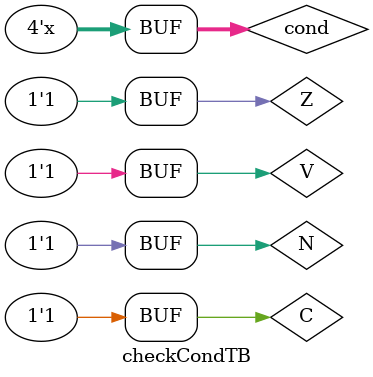
<source format=v>
`timescale 1ns / 1ps


module checkCondTB();

    reg [3:0] cond;
    reg Z, C, N, V;
    wire checkCond;
    
checkCondition condTB(
        .cond(cond),
        .Z(Z),
        .N(N),
        .C(C),
        .V(V),
        .checkCond(checkCond)
        );
    
initial begin

    cond = 4'd0;
    Z = 0;
    C = 0;
    N = 0;
    V = 0;
    #160
    Z = 1;
    C = 1;
    N = 1;
    V = 1;
end

always #10 cond = cond + 1'b1;
  
endmodule

</source>
